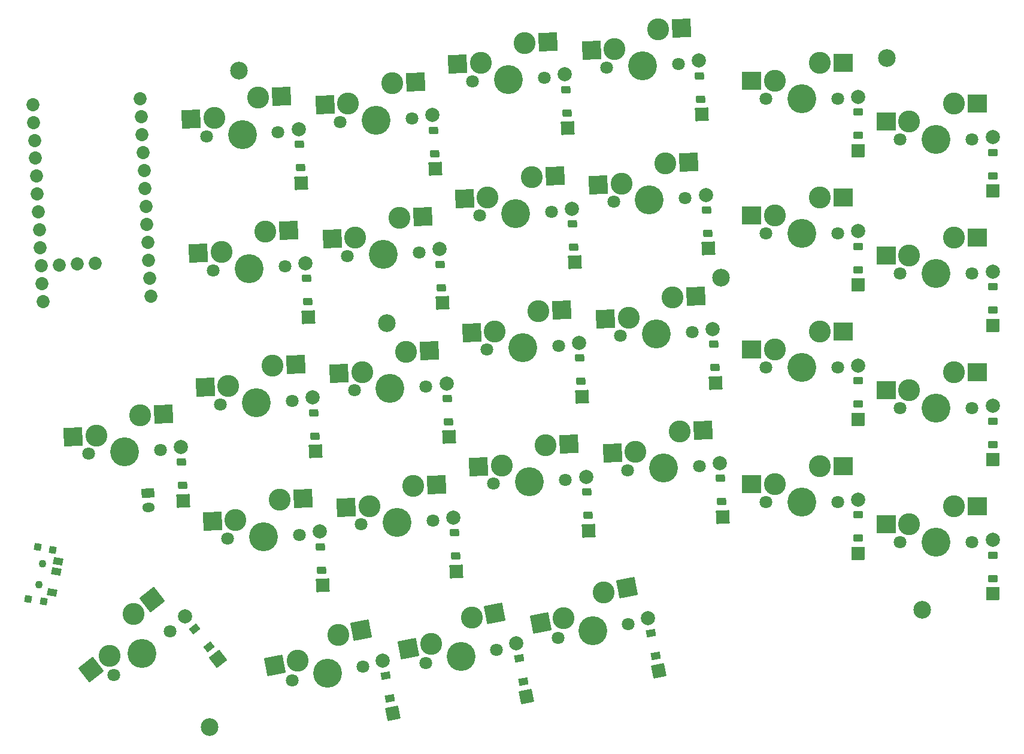
<source format=gbr>
%TF.GenerationSoftware,KiCad,Pcbnew,8.0.4*%
%TF.CreationDate,2024-09-16T15:21:11-06:00*%
%TF.ProjectId,right_board,72696768-745f-4626-9f61-72642e6b6963,v1.0.0*%
%TF.SameCoordinates,Original*%
%TF.FileFunction,Soldermask,Bot*%
%TF.FilePolarity,Negative*%
%FSLAX46Y46*%
G04 Gerber Fmt 4.6, Leading zero omitted, Abs format (unit mm)*
G04 Created by KiCad (PCBNEW 8.0.4) date 2024-09-16 15:21:11*
%MOMM*%
%LPD*%
G01*
G04 APERTURE LIST*
G04 Aperture macros list*
%AMRoundRect*
0 Rectangle with rounded corners*
0 $1 Rounding radius*
0 $2 $3 $4 $5 $6 $7 $8 $9 X,Y pos of 4 corners*
0 Add a 4 corners polygon primitive as box body*
4,1,4,$2,$3,$4,$5,$6,$7,$8,$9,$2,$3,0*
0 Add four circle primitives for the rounded corners*
1,1,$1+$1,$2,$3*
1,1,$1+$1,$4,$5*
1,1,$1+$1,$6,$7*
1,1,$1+$1,$8,$9*
0 Add four rect primitives between the rounded corners*
20,1,$1+$1,$2,$3,$4,$5,0*
20,1,$1+$1,$4,$5,$6,$7,0*
20,1,$1+$1,$6,$7,$8,$9,0*
20,1,$1+$1,$8,$9,$2,$3,0*%
%AMHorizOval*
0 Thick line with rounded ends*
0 $1 width*
0 $2 $3 position (X,Y) of the first rounded end (center of the circle)*
0 $4 $5 position (X,Y) of the second rounded end (center of the circle)*
0 Add line between two ends*
20,1,$1,$2,$3,$4,$5,0*
0 Add two circle primitives to create the rounded ends*
1,1,$1,$2,$3*
1,1,$1,$4,$5*%
G04 Aperture macros list end*
%ADD10RoundRect,0.050000X0.365022X-0.521305X0.521305X0.365022X-0.365022X0.521305X-0.521305X-0.365022X0*%
%ADD11C,1.100000*%
%ADD12RoundRect,0.050000X0.537363X-0.551694X0.693647X0.334633X-0.537363X0.551694X-0.693647X-0.334633X0*%
%ADD13C,2.500000*%
%ADD14C,1.801800*%
%ADD15C,3.100000*%
%ADD16C,4.087800*%
%ADD17RoundRect,0.050000X-1.207833X-1.315015X1.338673X-1.181559X1.207833X1.315015X-1.338673X1.181559X0*%
%ADD18RoundRect,0.050000X0.934308X-0.841255X0.841255X0.934308X-0.934308X0.841255X-0.841255X-0.934308X0*%
%ADD19RoundRect,0.050000X0.622729X-0.417982X0.575627X0.480785X-0.622729X0.417982X-0.575627X-0.480785X0*%
%ADD20C,2.005000*%
%ADD21RoundRect,0.050000X-1.275000X-1.250000X1.275000X-1.250000X1.275000X1.250000X-1.275000X1.250000X0*%
%ADD22RoundRect,0.050000X-1.013063X-1.470315X1.490086X-0.983753X1.013063X1.470315X-1.490086X0.983753X0*%
%ADD23RoundRect,0.050000X0.889000X-0.889000X0.889000X0.889000X-0.889000X0.889000X-0.889000X-0.889000X0*%
%ADD24RoundRect,0.050000X0.600000X-0.450000X0.600000X0.450000X-0.600000X0.450000X-0.600000X-0.450000X0*%
%ADD25C,1.852600*%
%ADD26RoundRect,0.050000X-0.880237X0.554692X-0.817434X-0.643663X0.880237X-0.554692X0.817434X0.643663X0*%
%ADD27HorizOval,1.300000X-0.249657X-0.013084X0.249657X0.013084X0*%
%ADD28RoundRect,0.050000X1.042296X-0.703037X0.703037X1.042296X-1.042296X0.703037X-0.703037X-1.042296X0*%
%ADD29RoundRect,0.050000X0.674840X-0.327247X0.503112X0.556218X-0.674840X0.327247X-0.503112X-0.556218X0*%
%ADD30RoundRect,0.050000X1.247865X-0.153219X0.153219X1.247865X-1.247865X0.153219X-0.153219X-1.247865X0*%
%ADD31RoundRect,0.050000X0.749854X0.014792X0.195759X0.724002X-0.749854X-0.014792X-0.195759X-0.724002X0*%
%ADD32RoundRect,0.050000X-0.235137X-1.769982X1.774291X-0.200045X0.235137X1.769982X-1.774291X0.200045X0*%
G04 APERTURE END LIST*
D10*
%TO.C,T1*%
X144416562Y-182844595D03*
X146583139Y-183226621D03*
D11*
X145881877Y-180869031D03*
X146402821Y-177914607D03*
D10*
X145701559Y-175557017D03*
X147868136Y-175939043D03*
D12*
X147795117Y-181967956D03*
X148316061Y-179013533D03*
X148576533Y-177536323D03*
%TD*%
D13*
%TO.C,*%
X170029896Y-201025279D03*
%TD*%
D14*
%TO.C,S16*%
X207219499Y-109666221D03*
D15*
X208354825Y-107063235D03*
D16*
X212292537Y-109400354D03*
D15*
X214563189Y-104194383D03*
D14*
X217365575Y-109134487D03*
D17*
X205084313Y-107234635D03*
X217860664Y-104021569D03*
%TD*%
D18*
%TO.C,D17*%
X204922588Y-178953889D03*
D19*
X204809542Y-176796849D03*
X204636834Y-173501371D03*
D20*
X204523788Y-171344331D03*
%TD*%
D13*
%TO.C,*%
X242326150Y-137439443D03*
%TD*%
D14*
%TO.C,S17*%
X191477938Y-172338461D03*
D15*
X192613264Y-169735475D03*
D16*
X196550976Y-172072594D03*
D15*
X198821628Y-166866623D03*
D14*
X201624014Y-171806727D03*
D17*
X189342752Y-169906875D03*
X202119103Y-166693809D03*
%TD*%
D18*
%TO.C,D10*%
X241577027Y-152283993D03*
D19*
X241463981Y-150126953D03*
X241291273Y-146831475D03*
D20*
X241178227Y-144674435D03*
%TD*%
D14*
%TO.C,S8*%
X248669798Y-112139160D03*
D15*
X249939798Y-109599160D03*
D16*
X253749798Y-112139160D03*
D15*
X256289798Y-107059160D03*
D14*
X258829798Y-112139160D03*
D21*
X246664798Y-109599160D03*
X259591798Y-107059160D03*
%TD*%
D14*
%TO.C,S15*%
X208213883Y-128640182D03*
D15*
X209349209Y-126037196D03*
D16*
X213286921Y-128374315D03*
D15*
X215557573Y-123168344D03*
D14*
X218359959Y-128108448D03*
D17*
X206078697Y-126208596D03*
X218855048Y-122995530D03*
%TD*%
D14*
%TO.C,S18*%
X190483555Y-153364500D03*
D15*
X191618881Y-150761514D03*
D16*
X195556593Y-153098633D03*
D15*
X197827245Y-147892662D03*
D14*
X200629631Y-152832766D03*
D17*
X188348369Y-150932914D03*
X201124720Y-147719848D03*
%TD*%
D14*
%TO.C,S25*%
X219264807Y-188360398D03*
D15*
X220026819Y-185624737D03*
D16*
X224251473Y-187391088D03*
D15*
X225775496Y-181919767D03*
D14*
X229238139Y-186421778D03*
D22*
X216811990Y-186249637D03*
X229016829Y-181289716D03*
%TD*%
D23*
%TO.C,D3*%
X280749798Y-144164160D03*
D24*
X280749798Y-142004160D03*
X280749798Y-138704160D03*
D20*
X280749798Y-136544160D03*
%TD*%
D25*
%TO.C,MCU1*%
X145014474Y-112918737D03*
X145147407Y-115455256D03*
X145280340Y-117991775D03*
X145413274Y-120528294D03*
X145546207Y-123064813D03*
X145679140Y-125601332D03*
X145812074Y-128137851D03*
X145945007Y-130674371D03*
X146077940Y-133210890D03*
X146210874Y-135747409D03*
X146343807Y-138283928D03*
X146476740Y-140820447D03*
X161695854Y-140022847D03*
X161562921Y-137486328D03*
X161429988Y-134949809D03*
X161297054Y-132413290D03*
X161164121Y-129876771D03*
X161031188Y-127340252D03*
X160898254Y-124803733D03*
X160765321Y-122267213D03*
X160632388Y-119730694D03*
X160499454Y-117194175D03*
X160366521Y-114657656D03*
X160233588Y-112121137D03*
X148747393Y-135614475D03*
X151283912Y-135481542D03*
X153820431Y-135348609D03*
%TD*%
D23*
%TO.C,D4*%
X280749798Y-125164160D03*
D24*
X280749798Y-123004160D03*
X280749798Y-119704160D03*
D20*
X280749798Y-117544160D03*
%TD*%
D14*
%TO.C,S10*%
X228132377Y-145668566D03*
D15*
X229267703Y-143065580D03*
D16*
X233205415Y-145402699D03*
D15*
X235476067Y-140196728D03*
D14*
X238278453Y-145136832D03*
D17*
X225997191Y-143236980D03*
X238773542Y-140023914D03*
%TD*%
D18*
%TO.C,D20*%
X201939438Y-122032005D03*
D19*
X201826392Y-119874965D03*
X201653684Y-116579487D03*
D20*
X201540638Y-114422447D03*
%TD*%
D14*
%TO.C,S27*%
X181724463Y-194384105D03*
D15*
X182486475Y-191648444D03*
D16*
X186711129Y-193414795D03*
D15*
X188235152Y-187943474D03*
D14*
X191697795Y-192445485D03*
D22*
X179271646Y-192273344D03*
X191476485Y-187313423D03*
%TD*%
D18*
%TO.C,D13*%
X223647299Y-173203533D03*
D19*
X223534253Y-171046493D03*
X223361545Y-167751015D03*
D20*
X223248499Y-165593975D03*
%TD*%
D26*
%TO.C,JST1*%
X161284926Y-167912575D03*
D27*
X161389598Y-169909835D03*
%TD*%
D14*
%TO.C,S6*%
X248669798Y-150139160D03*
D15*
X249939798Y-147599160D03*
D16*
X253749798Y-150139160D03*
D15*
X256289798Y-145059160D03*
D14*
X258829798Y-150139160D03*
D21*
X246664798Y-147599160D03*
X259591798Y-145059160D03*
%TD*%
D13*
%TO.C,*%
X195071177Y-143836344D03*
%TD*%
D14*
%TO.C,S19*%
X189489172Y-134390539D03*
D15*
X190624498Y-131787553D03*
D16*
X194562210Y-134124672D03*
D15*
X196832862Y-128918701D03*
D14*
X199635248Y-133858805D03*
D17*
X187353986Y-131958953D03*
X200130337Y-128745887D03*
%TD*%
D28*
%TO.C,D25*%
X233499304Y-193040311D03*
D29*
X233087157Y-190919996D03*
X232457487Y-187680626D03*
D20*
X232045340Y-185560311D03*
%TD*%
D23*
%TO.C,D5*%
X261749798Y-176449160D03*
D24*
X261749798Y-174289160D03*
X261749798Y-170989160D03*
D20*
X261749798Y-168829160D03*
%TD*%
D14*
%TO.C,S12*%
X226143611Y-107720643D03*
D15*
X227278937Y-105117657D03*
D16*
X231216649Y-107454776D03*
D15*
X233487301Y-102248805D03*
D14*
X236289687Y-107188909D03*
D17*
X224008425Y-105289057D03*
X236784776Y-102075991D03*
%TD*%
D14*
%TO.C,S7*%
X248669798Y-131139160D03*
D15*
X249939798Y-128599160D03*
D16*
X253749798Y-131139160D03*
D15*
X256289798Y-126059160D03*
D14*
X258829798Y-131139160D03*
D21*
X246664798Y-128599160D03*
X259591798Y-126059160D03*
%TD*%
D14*
%TO.C,S21*%
X172556313Y-174331474D03*
D15*
X173691639Y-171728488D03*
D16*
X177629351Y-174065607D03*
D15*
X179900003Y-168859636D03*
D14*
X182702389Y-173799740D03*
D17*
X170421127Y-171899888D03*
X183197478Y-168686822D03*
%TD*%
D14*
%TO.C,S2*%
X267669798Y-155854160D03*
D15*
X268939798Y-153314160D03*
D16*
X272749798Y-155854160D03*
D15*
X275289798Y-150774160D03*
D14*
X277829798Y-155854160D03*
D21*
X265664798Y-153314160D03*
X278591798Y-150774160D03*
%TD*%
D18*
%TO.C,D29*%
X166346634Y-168959101D03*
D19*
X166233588Y-166802061D03*
X166060880Y-163506583D03*
D20*
X165947834Y-161349543D03*
%TD*%
D13*
%TO.C,*%
X174175178Y-108156057D03*
%TD*%
%TO.C,*%
X265749798Y-106329160D03*
%TD*%
D14*
%TO.C,S26*%
X200613891Y-191985768D03*
D15*
X201375903Y-189250107D03*
D16*
X205600557Y-191016458D03*
D15*
X207124580Y-185545137D03*
D14*
X210587223Y-190047148D03*
D22*
X198161074Y-189875007D03*
X210365913Y-184915086D03*
%TD*%
D14*
%TO.C,S13*%
X210202649Y-166588105D03*
D15*
X211337975Y-163985119D03*
D16*
X215275687Y-166322238D03*
D15*
X217546339Y-161116267D03*
D14*
X220348725Y-166056371D03*
D17*
X208067463Y-164156519D03*
X220843814Y-160943453D03*
%TD*%
D14*
%TO.C,S22*%
X171561930Y-155357513D03*
D15*
X172697256Y-152754527D03*
D16*
X176634968Y-155091646D03*
D15*
X178905620Y-149885675D03*
D14*
X181708006Y-154825779D03*
D17*
X169426744Y-152925927D03*
X182203095Y-149712861D03*
%TD*%
D23*
%TO.C,D7*%
X261749798Y-138449160D03*
D24*
X261749798Y-136289160D03*
X261749798Y-132989160D03*
D20*
X261749798Y-130829160D03*
%TD*%
D18*
%TO.C,D19*%
X202933822Y-141005966D03*
D19*
X202820776Y-138848926D03*
X202648068Y-135553448D03*
D20*
X202535022Y-133396408D03*
%TD*%
D18*
%TO.C,D11*%
X240582644Y-133310032D03*
D19*
X240469598Y-131152992D03*
X240296890Y-127857514D03*
D20*
X240183844Y-125700474D03*
%TD*%
D18*
%TO.C,D12*%
X239588261Y-114336071D03*
D19*
X239475215Y-112179031D03*
X239302507Y-108883553D03*
D20*
X239189461Y-106726513D03*
%TD*%
D14*
%TO.C,S4*%
X267669798Y-117854160D03*
D15*
X268939798Y-115314160D03*
D16*
X272749798Y-117854160D03*
D15*
X275289798Y-112774160D03*
D14*
X277829798Y-117854160D03*
D21*
X265664798Y-115314160D03*
X278591798Y-112774160D03*
%TD*%
D18*
%TO.C,D15*%
X221658533Y-135255610D03*
D19*
X221545487Y-133098570D03*
X221372779Y-129803092D03*
D20*
X221259733Y-127646052D03*
%TD*%
D23*
%TO.C,D1*%
X280749798Y-182164160D03*
D24*
X280749798Y-180004160D03*
X280749798Y-176704160D03*
D20*
X280749798Y-174544160D03*
%TD*%
D28*
%TO.C,D26*%
X214848388Y-196665682D03*
D29*
X214436241Y-194545367D03*
X213806571Y-191305997D03*
D20*
X213394424Y-189185682D03*
%TD*%
D18*
%TO.C,D9*%
X242571410Y-171257955D03*
D19*
X242458364Y-169100915D03*
X242285656Y-165805437D03*
D20*
X242172610Y-163648397D03*
%TD*%
D14*
%TO.C,S9*%
X229126760Y-164642527D03*
D15*
X230262086Y-162039541D03*
D16*
X234199798Y-164376660D03*
D15*
X236470450Y-159170689D03*
D14*
X239272836Y-164110793D03*
D17*
X226991574Y-162210941D03*
X239767925Y-158997875D03*
%TD*%
D14*
%TO.C,S11*%
X227137994Y-126694605D03*
D15*
X228273320Y-124091619D03*
D16*
X232211032Y-126428738D03*
D15*
X234481684Y-121222767D03*
D14*
X237284070Y-126162871D03*
D17*
X225002808Y-124263019D03*
X237779159Y-121049953D03*
%TD*%
D18*
%TO.C,D14*%
X222652916Y-154229571D03*
D19*
X222539870Y-152072531D03*
X222367162Y-148777053D03*
D20*
X222254116Y-146620013D03*
%TD*%
D14*
%TO.C,S5*%
X248669798Y-169139160D03*
D15*
X249939798Y-166599160D03*
D16*
X253749798Y-169139160D03*
D15*
X256289798Y-164059160D03*
D14*
X258829798Y-169139160D03*
D21*
X246664798Y-166599160D03*
X259591798Y-164059160D03*
%TD*%
D18*
%TO.C,D18*%
X203928205Y-159979928D03*
D19*
X203815159Y-157822888D03*
X203642451Y-154527410D03*
D20*
X203529405Y-152370370D03*
%TD*%
D13*
%TO.C,*%
X270749798Y-184379160D03*
%TD*%
D28*
%TO.C,D27*%
X195958960Y-199064019D03*
D29*
X195546813Y-196943704D03*
X194917143Y-193704334D03*
D20*
X194504996Y-191584019D03*
%TD*%
D14*
%TO.C,S29*%
X152901984Y-162343673D03*
D15*
X154037310Y-159740687D03*
D16*
X157975022Y-162077806D03*
D15*
X160245674Y-156871835D03*
D14*
X163048060Y-161811939D03*
D17*
X150766798Y-159912087D03*
X163543149Y-156699021D03*
%TD*%
D14*
%TO.C,S23*%
X170567546Y-136383551D03*
D15*
X171702872Y-133780565D03*
D16*
X175640584Y-136117684D03*
D15*
X177911236Y-130911713D03*
D14*
X180713622Y-135851817D03*
D17*
X168432360Y-133951965D03*
X181208711Y-130738899D03*
%TD*%
D23*
%TO.C,D2*%
X280749798Y-163164160D03*
D24*
X280749798Y-161004160D03*
X280749798Y-157704160D03*
D20*
X280749798Y-155544160D03*
%TD*%
D30*
%TO.C,D28*%
X171249810Y-191386964D03*
D31*
X169919981Y-189684861D03*
X167888299Y-187084425D03*
D20*
X166558470Y-185382322D03*
%TD*%
D14*
%TO.C,S14*%
X209208266Y-147614144D03*
D15*
X210343592Y-145011158D03*
D16*
X214281304Y-147348277D03*
D15*
X216551956Y-142142306D03*
D14*
X219354342Y-147082410D03*
D17*
X207073080Y-145182558D03*
X219849431Y-141969492D03*
%TD*%
D23*
%TO.C,D8*%
X261749798Y-119449160D03*
D24*
X261749798Y-117289160D03*
X261749798Y-113989160D03*
D20*
X261749798Y-111829160D03*
%TD*%
D14*
%TO.C,S3*%
X267669798Y-136854160D03*
D15*
X268939798Y-134314160D03*
D16*
X272749798Y-136854160D03*
D15*
X275289798Y-131774160D03*
D14*
X277829798Y-136854160D03*
D21*
X265664798Y-134314160D03*
X278591798Y-131774160D03*
%TD*%
D14*
%TO.C,S24*%
X169573163Y-117409590D03*
D15*
X170708489Y-114806604D03*
D16*
X174646201Y-117143723D03*
D15*
X176916853Y-111937752D03*
D14*
X179719239Y-116877856D03*
D17*
X167437977Y-114978004D03*
X180214328Y-111764938D03*
%TD*%
D18*
%TO.C,D21*%
X186000963Y-180946902D03*
D19*
X185887917Y-178789862D03*
X185715209Y-175494384D03*
D20*
X185602163Y-173337344D03*
%TD*%
D18*
%TO.C,D23*%
X184012196Y-142998979D03*
D19*
X183899150Y-140841939D03*
X183726442Y-137546461D03*
D20*
X183613396Y-135389421D03*
%TD*%
D14*
%TO.C,S28*%
X156442143Y-193679458D03*
D15*
X155879137Y-190896021D03*
D16*
X160445238Y-190551898D03*
D15*
X159319225Y-184985023D03*
D14*
X164448333Y-187424338D03*
D32*
X153298402Y-192912312D03*
X161921237Y-182952109D03*
%TD*%
D18*
%TO.C,D24*%
X183017813Y-124025018D03*
D19*
X182904767Y-121867978D03*
X182732059Y-118572500D03*
D20*
X182619013Y-116415460D03*
%TD*%
D14*
%TO.C,S20*%
X188494788Y-115416577D03*
D15*
X189630114Y-112813591D03*
D16*
X193567826Y-115150710D03*
D15*
X195838478Y-109944739D03*
D14*
X198640864Y-114884843D03*
D17*
X186359602Y-112984991D03*
X199135953Y-109771925D03*
%TD*%
D23*
%TO.C,D6*%
X261749798Y-157449160D03*
D24*
X261749798Y-155289160D03*
X261749798Y-151989160D03*
D20*
X261749798Y-149829160D03*
%TD*%
D18*
%TO.C,D22*%
X185006580Y-161972940D03*
D19*
X184893534Y-159815900D03*
X184720826Y-156520422D03*
D20*
X184607780Y-154363382D03*
%TD*%
D14*
%TO.C,S1*%
X267669798Y-174854160D03*
D15*
X268939798Y-172314160D03*
D16*
X272749798Y-174854160D03*
D15*
X275289798Y-169774160D03*
D14*
X277829798Y-174854160D03*
D21*
X265664798Y-172314160D03*
X278591798Y-169774160D03*
%TD*%
D18*
%TO.C,D16*%
X220664150Y-116281649D03*
D19*
X220551104Y-114124609D03*
X220378396Y-110829131D03*
D20*
X220265350Y-108672091D03*
%TD*%
M02*

</source>
